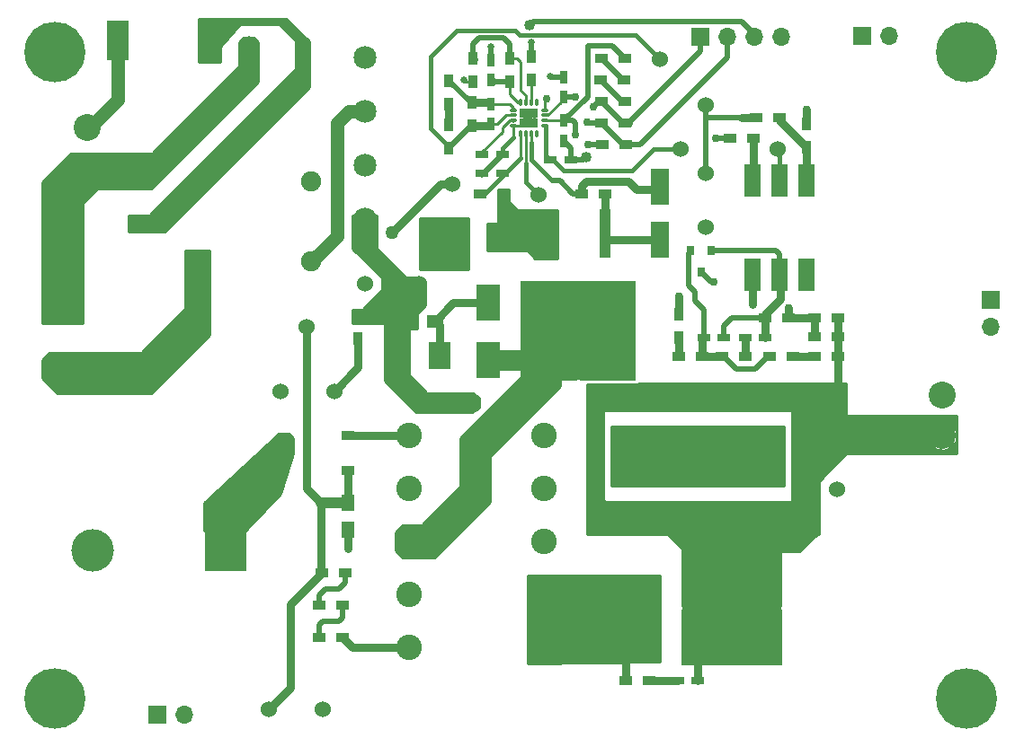
<source format=gbr>
G04 #@! TF.GenerationSoftware,KiCad,Pcbnew,(5.1.5)-3*
G04 #@! TF.CreationDate,2020-01-12T00:37:19-05:00*
G04 #@! TF.ProjectId,MAX17595_offline_20V_supply_v1,4d415831-3735-4393-955f-6f66666c696e,rev?*
G04 #@! TF.SameCoordinates,Original*
G04 #@! TF.FileFunction,Copper,L1,Top*
G04 #@! TF.FilePolarity,Positive*
%FSLAX46Y46*%
G04 Gerber Fmt 4.6, Leading zero omitted, Abs format (unit mm)*
G04 Created by KiCad (PCBNEW (5.1.5)-3) date 2020-01-12 00:37:19*
%MOMM*%
%LPD*%
G04 APERTURE LIST*
%ADD10R,5.250000X4.550000*%
%ADD11R,10.800000X9.400000*%
%ADD12R,1.100000X4.600000*%
%ADD13C,2.413000*%
%ADD14C,4.000000*%
%ADD15R,4.000000X4.000000*%
%ADD16C,2.159000*%
%ADD17C,1.905000*%
%ADD18C,1.524000*%
%ADD19R,2.032000X3.810000*%
%ADD20C,2.540000*%
%ADD21C,1.651000*%
%ADD22C,5.715000*%
%ADD23R,1.600000X2.000000*%
%ADD24R,1.250000X1.500000*%
%ADD25R,1.200000X0.750000*%
%ADD26R,1.500000X1.250000*%
%ADD27R,0.750000X1.200000*%
%ADD28R,1.200000X0.900000*%
%ADD29R,2.300000X3.500000*%
%ADD30R,1.800000X3.500000*%
%ADD31R,0.900000X1.200000*%
%ADD32R,0.900000X0.900000*%
%ADD33O,0.750000X0.300000*%
%ADD34O,0.300000X0.750000*%
%ADD35R,2.000000X2.500000*%
%ADD36R,4.550000X5.250000*%
%ADD37R,9.400000X10.800000*%
%ADD38R,4.600000X1.100000*%
%ADD39R,0.800000X0.900000*%
%ADD40O,1.700000X1.700000*%
%ADD41R,1.700000X1.700000*%
%ADD42R,1.600000X3.100000*%
%ADD43R,1.600000X3.099999*%
%ADD44R,2.700000X3.200000*%
%ADD45C,0.609600*%
%ADD46C,0.635000*%
%ADD47C,0.762000*%
%ADD48C,1.016000*%
%ADD49C,1.270000*%
%ADD50C,0.254000*%
%ADD51C,0.762000*%
%ADD52C,0.508000*%
%ADD53C,0.381000*%
%ADD54C,1.270000*%
%ADD55C,1.016000*%
%ADD56C,1.905000*%
%ADD57C,2.540000*%
G04 APERTURE END LIST*
D10*
X124021800Y-80960000D03*
X129571800Y-85810000D03*
X129571800Y-80960000D03*
X124021800Y-85810000D03*
D11*
X126796800Y-83385000D03*
D12*
X124256800Y-74235000D03*
X129336800Y-74235000D03*
D13*
X110871000Y-93268800D03*
X110871000Y-98272600D03*
X110871000Y-103276400D03*
X110871000Y-108280200D03*
X110871000Y-113284000D03*
X123571000Y-113284000D03*
X123571000Y-108280200D03*
X123571000Y-103276400D03*
X123571000Y-98272600D03*
X123571000Y-93268800D03*
D14*
X81049000Y-104090000D03*
D15*
X93549000Y-104090000D03*
D16*
X106680000Y-57658000D03*
X106680000Y-62738000D03*
X106680000Y-67818000D03*
X106680000Y-72898000D03*
D17*
X90932000Y-69342000D03*
X90932000Y-76860400D03*
X101650800Y-76860400D03*
X101650800Y-69342000D03*
D18*
X77241000Y-81521300D03*
X77241000Y-86499700D03*
D19*
X91948000Y-56007000D03*
X83439000Y-56007000D03*
D20*
X80518000Y-64262000D03*
X80518000Y-68072000D03*
D21*
X85344000Y-73279000D03*
X85344000Y-88265000D03*
D22*
X77470000Y-118110000D03*
X163322000Y-57150000D03*
X163322000Y-118110000D03*
X77470000Y-57150000D03*
D23*
X130683000Y-89712800D03*
X130683000Y-93712800D03*
X134239000Y-93712800D03*
X134239000Y-89712800D03*
X137795000Y-93712800D03*
X137795000Y-89712800D03*
X141605000Y-89712800D03*
X141605000Y-93712800D03*
X145415000Y-93712800D03*
X145415000Y-89712800D03*
D24*
X105105200Y-99618800D03*
X105105200Y-102118800D03*
D25*
X136149000Y-116408200D03*
X138049000Y-116408200D03*
D23*
X130683000Y-100602800D03*
X130683000Y-96602800D03*
X134239000Y-96634800D03*
X134239000Y-100634800D03*
X137795000Y-100634800D03*
X137795000Y-96634800D03*
X141605000Y-100634800D03*
X141605000Y-96634800D03*
X145415000Y-96634800D03*
X145415000Y-100634800D03*
D26*
X113294800Y-82499200D03*
X110794800Y-82499200D03*
D27*
X125361700Y-59451200D03*
X125361700Y-61351200D03*
X125361700Y-63576200D03*
X125361700Y-65476200D03*
D25*
X144373600Y-84074000D03*
X142473600Y-84074000D03*
X138612800Y-84074000D03*
X140512800Y-84074000D03*
X117734000Y-68580000D03*
X119634000Y-68580000D03*
D27*
X118503700Y-57866200D03*
X118503700Y-59766200D03*
D25*
X117729000Y-66802000D03*
X119629000Y-66802000D03*
D27*
X118503700Y-63891200D03*
X118503700Y-61991200D03*
D28*
X105105200Y-93268800D03*
X105105200Y-96568800D03*
D29*
X118313200Y-86172000D03*
X118313200Y-80772000D03*
D30*
X134467600Y-74839200D03*
X134467600Y-69839200D03*
D28*
X104554200Y-112318800D03*
X102354200Y-112318800D03*
X102385199Y-109276799D03*
X104585199Y-109276799D03*
X102608200Y-106222800D03*
X104808200Y-106222800D03*
X131277000Y-116408200D03*
X133477000Y-116408200D03*
D31*
X106019600Y-84158000D03*
X106019600Y-81958000D03*
D28*
X151247200Y-83972400D03*
X149047200Y-83972400D03*
X149047200Y-82194400D03*
X151247200Y-82194400D03*
X149026700Y-85813900D03*
X151226700Y-85813900D03*
X141038400Y-65278000D03*
X143238400Y-65278000D03*
X144391200Y-82194400D03*
X146591200Y-82194400D03*
X146992700Y-85813900D03*
X144792700Y-85813900D03*
X140294000Y-85801200D03*
X142494000Y-85801200D03*
D31*
X148285200Y-66065400D03*
X148285200Y-63865400D03*
D28*
X136280800Y-85801200D03*
X138480800Y-85801200D03*
D31*
X122313700Y-59766200D03*
X122313700Y-57566200D03*
D28*
X129336800Y-70459600D03*
X127136800Y-70459600D03*
D31*
X136245600Y-84074000D03*
X136245600Y-81874000D03*
D28*
X128955800Y-57708800D03*
X131155800Y-57708800D03*
D31*
X116852700Y-59934200D03*
X116852700Y-57734200D03*
X120281700Y-57693200D03*
X120281700Y-59893200D03*
D28*
X119761000Y-70485000D03*
X117561000Y-70485000D03*
X131071800Y-59740800D03*
X128871800Y-59740800D03*
X128955800Y-61772800D03*
X131155800Y-61772800D03*
D31*
X116725700Y-64084200D03*
X116725700Y-61884200D03*
D28*
X131155800Y-63804800D03*
X128955800Y-63804800D03*
D31*
X114566700Y-62009200D03*
X114566700Y-59809200D03*
D28*
X131241800Y-65836800D03*
X129041800Y-65836800D03*
D31*
X114566700Y-63957200D03*
X114566700Y-66157200D03*
D28*
X143553000Y-63322200D03*
X145753000Y-63322200D03*
D20*
X161036000Y-89458800D03*
X161036000Y-93268800D03*
D32*
X122558700Y-62876200D03*
X121658700Y-62876200D03*
X122558700Y-63776200D03*
X121658700Y-63776200D03*
D33*
X123583700Y-62576200D03*
X123583700Y-63076200D03*
X123583700Y-63576200D03*
X123583700Y-64076200D03*
D34*
X122858700Y-64801200D03*
X122358700Y-64801200D03*
X121858700Y-64801200D03*
X121358700Y-64801200D03*
D33*
X120633700Y-64076200D03*
X120633700Y-63576200D03*
X120633700Y-63076200D03*
X120633700Y-62576200D03*
D34*
X121358700Y-61851200D03*
X121858700Y-61851200D03*
X122358700Y-61851200D03*
X122858700Y-61851200D03*
D18*
X111760000Y-78994000D03*
X106680000Y-78994000D03*
X98704400Y-89103200D03*
X103784400Y-89103200D03*
D35*
X113677200Y-85750400D03*
X109677200Y-85750400D03*
D36*
X138805000Y-112325200D03*
X143655000Y-106775200D03*
X138805000Y-106775200D03*
X143655000Y-112325200D03*
D37*
X141230000Y-109550200D03*
D38*
X132080000Y-112090200D03*
X132080000Y-107010200D03*
D39*
X138328400Y-77825600D03*
X137378400Y-75825600D03*
X139278400Y-75825600D03*
D40*
X145897600Y-55676800D03*
X143357600Y-55676800D03*
X140817600Y-55676800D03*
D41*
X138277600Y-55676800D03*
D42*
X143205200Y-78130400D03*
D43*
X145745200Y-69240400D03*
X148285200Y-69240400D03*
D42*
X148285200Y-78130400D03*
X145745200Y-78130400D03*
D43*
X143205200Y-69240400D03*
D25*
X124145000Y-67310000D03*
X126045000Y-67310000D03*
D18*
X102743000Y-119126000D03*
X97663000Y-119126000D03*
X100838000Y-56388000D03*
X95758000Y-56388000D03*
X138811000Y-68580000D03*
X138811000Y-73660000D03*
D40*
X89662000Y-119634000D03*
D41*
X87122000Y-119634000D03*
X165608000Y-80467200D03*
D40*
X165608000Y-83007200D03*
X156083000Y-55626000D03*
D41*
X153543000Y-55626000D03*
D18*
X151130000Y-93268800D03*
X151130000Y-98348800D03*
D44*
X121171000Y-74422000D03*
X113271000Y-74422000D03*
D45*
X122567700Y-62814200D03*
X122567700Y-63830200D03*
X121551700Y-63830200D03*
X121551700Y-62814200D03*
X122108700Y-63326200D03*
D46*
X115980700Y-59766200D03*
D47*
X148285200Y-62509400D03*
X127711200Y-65836800D03*
D46*
X122313700Y-56210200D03*
X124091700Y-59385200D03*
D47*
X139700000Y-65278000D03*
D46*
X118503700Y-56603910D03*
D47*
X105105200Y-103936800D03*
D48*
X127508000Y-67056000D03*
D18*
X113284000Y-76962000D03*
X115824000Y-74422000D03*
X99060000Y-93980000D03*
D47*
X145415000Y-95173800D03*
X141605000Y-95173800D03*
X137795000Y-95173800D03*
X134239000Y-95173800D03*
X130683000Y-95173800D03*
X139547600Y-78790800D03*
X143637000Y-93522800D03*
X139827000Y-93522800D03*
X136017000Y-93522800D03*
X132461000Y-93522800D03*
X143637000Y-96824800D03*
X139827000Y-96824800D03*
X136017000Y-96824800D03*
X132461000Y-96824800D03*
D18*
X123063000Y-70612000D03*
D47*
X136271000Y-80137000D03*
X126492000Y-64922400D03*
D18*
X101219000Y-82981800D03*
X114935000Y-69596000D03*
D49*
X109220000Y-74168000D03*
D18*
X115062000Y-90170000D03*
X116840000Y-90170000D03*
D47*
X128168400Y-62280800D03*
X126492000Y-61341000D03*
D18*
X134493000Y-57785000D03*
X138811000Y-62103008D03*
D47*
X117636050Y-64023771D03*
X143205200Y-80924400D03*
X146558000Y-81280002D03*
X123800679Y-61518800D03*
X127635000Y-63754010D03*
D48*
X122174000Y-54610000D03*
D47*
X120256300Y-59867800D03*
D18*
X136398000Y-66294000D03*
X145542006Y-66294000D03*
D50*
X121358700Y-64076200D02*
X121658700Y-63776200D01*
X120633700Y-64076200D02*
X121358700Y-64076200D01*
X122558700Y-62876200D02*
X122550786Y-62876200D01*
X122567700Y-63767200D02*
X122558700Y-63776200D01*
X122567700Y-62814200D02*
X122567700Y-63767200D01*
X121605700Y-63776200D02*
X121551700Y-63830200D01*
X122558700Y-63776200D02*
X121605700Y-63776200D01*
X121658700Y-63776200D02*
X121658700Y-62876200D01*
X122496700Y-62814200D02*
X122558700Y-62876200D01*
X121551700Y-62814200D02*
X122496700Y-62814200D01*
X122567700Y-62867200D02*
X121658700Y-63776200D01*
X122567700Y-62814200D02*
X122567700Y-62867200D01*
X116148700Y-59934200D02*
X115980700Y-59766200D01*
X116852700Y-59934200D02*
X116148700Y-59934200D01*
D51*
X148285200Y-62509400D02*
X148285200Y-63865400D01*
D52*
X122313700Y-57566200D02*
X122313700Y-56210200D01*
X124157700Y-59451200D02*
X124091700Y-59385200D01*
X125107700Y-59451200D02*
X124157700Y-59451200D01*
X129041800Y-65836800D02*
X127711200Y-65836800D01*
X141038400Y-65278000D02*
X139700000Y-65278000D01*
D50*
X120633700Y-64480200D02*
X120633700Y-64076200D01*
D53*
X119629000Y-66173000D02*
X120633700Y-65168300D01*
D50*
X120633700Y-65168300D02*
X120633700Y-64480200D01*
D53*
X119629000Y-66802000D02*
X119629000Y-66173000D01*
D52*
X117734000Y-68697000D02*
X119629000Y-66802000D01*
X118503700Y-57866200D02*
X118503700Y-56603910D01*
D50*
X130683000Y-89458800D02*
X134493000Y-89458800D01*
X134493000Y-89458800D02*
X138303000Y-89458800D01*
X138303000Y-89458800D02*
X141859000Y-89458800D01*
X141859000Y-89458800D02*
X145415000Y-89458800D01*
D51*
X138049000Y-116408200D02*
X138049000Y-109724200D01*
D50*
X146977000Y-89458800D02*
X147701000Y-90182800D01*
X145415000Y-89458800D02*
X146977000Y-89458800D01*
D51*
X151163200Y-85877400D02*
X151247200Y-85793400D01*
X151247200Y-85793400D02*
X151226700Y-85813900D01*
X151247200Y-83972400D02*
X151247200Y-85793400D01*
X151247200Y-83972400D02*
X151247200Y-82194400D01*
D50*
X147701000Y-91998800D02*
X147701000Y-93268800D01*
X147701000Y-90182800D02*
X147701000Y-90982800D01*
X147701000Y-90982800D02*
X147701000Y-91998800D01*
X147701000Y-93268800D02*
X147701000Y-94538800D01*
X147701000Y-94538800D02*
X147701000Y-99872800D01*
X147701000Y-93268800D02*
X151130000Y-93268800D01*
D51*
X151257000Y-93268800D02*
X151226700Y-93238500D01*
X141605000Y-103975200D02*
X138805000Y-106775200D01*
X141605000Y-100888800D02*
X141605000Y-103975200D01*
X151226700Y-85813900D02*
X151226700Y-88676300D01*
X105105200Y-102118800D02*
X105105200Y-103936800D01*
D52*
X127254000Y-67310000D02*
X127508000Y-67056000D01*
X126045000Y-67310000D02*
X127254000Y-67310000D01*
X126045000Y-66159500D02*
X125361700Y-65476200D01*
X126045000Y-67310000D02*
X126045000Y-66159500D01*
D51*
X106019600Y-86868000D02*
X103784400Y-89103200D01*
X106019600Y-84158000D02*
X106019600Y-86868000D01*
D54*
X93599000Y-104040000D02*
X93549000Y-104090000D01*
D51*
X93549000Y-99491000D02*
X99060000Y-93980000D01*
X93549000Y-104090000D02*
X93549000Y-99491000D01*
X129336800Y-74743000D02*
X129336800Y-70459600D01*
X129433000Y-74839200D02*
X129336800Y-74743000D01*
X134467600Y-74839200D02*
X129433000Y-74839200D01*
D50*
X122358700Y-64801200D02*
X122358700Y-65684400D01*
D51*
X127558800Y-69342000D02*
X127136800Y-69764000D01*
X131521200Y-69342000D02*
X127558800Y-69342000D01*
X127136800Y-69764000D02*
X127136800Y-70459600D01*
X133654800Y-70082400D02*
X132261600Y-70082400D01*
X132261600Y-70082400D02*
X131521200Y-69342000D01*
D52*
X126282800Y-70459600D02*
X127136800Y-70459600D01*
X125038200Y-69215000D02*
X126282800Y-70459600D01*
X124333000Y-69215000D02*
X125038200Y-69215000D01*
D53*
X122358700Y-67240700D02*
X124333000Y-69215000D01*
X122358700Y-65684400D02*
X122358700Y-67240700D01*
D54*
X83439000Y-61595000D02*
X83439000Y-56007000D01*
X80518000Y-64262000D02*
X80772000Y-64262000D01*
X80772000Y-64262000D02*
X83439000Y-61595000D01*
D51*
X105105200Y-93268800D02*
X110871000Y-93268800D01*
X134239000Y-93458800D02*
X134239000Y-96888800D01*
X137795000Y-93458800D02*
X137795000Y-96888800D01*
X141605000Y-93458800D02*
X141605000Y-96888800D01*
X130683000Y-95300800D02*
X130683000Y-96856800D01*
X130683000Y-93458800D02*
X130683000Y-95300800D01*
X145415000Y-95300800D02*
X145415000Y-96888800D01*
X145415000Y-93458800D02*
X145415000Y-95300800D01*
X130715000Y-96888800D02*
X130683000Y-96856800D01*
D52*
X139293600Y-78790800D02*
X138328400Y-77825600D01*
X139547600Y-78790800D02*
X139293600Y-78790800D01*
D51*
X136230000Y-81635600D02*
X136271000Y-81594600D01*
X136271000Y-81594600D02*
X136271000Y-80675815D01*
X136271000Y-80675815D02*
X136271000Y-80137000D01*
D53*
X121858700Y-69407700D02*
X123063000Y-70612000D01*
X121858700Y-67625300D02*
X121858700Y-69407700D01*
D50*
X121858700Y-64801200D02*
X121858700Y-67625300D01*
D51*
X105105200Y-96568800D02*
X105105200Y-99618800D01*
X102606200Y-106220800D02*
X102608200Y-106222800D01*
D55*
X102565200Y-99618800D02*
X105105200Y-99618800D01*
D51*
X102565200Y-99618800D02*
X102565200Y-106144800D01*
X99695000Y-109171000D02*
X102643200Y-106222800D01*
X97663000Y-119126000D02*
X99695000Y-117094000D01*
X99695000Y-117094000D02*
X99695000Y-109171000D01*
D50*
X123583700Y-63576200D02*
X125361700Y-63576200D01*
D52*
X126492000Y-63823500D02*
X126244700Y-63576200D01*
X126492000Y-64922400D02*
X126492000Y-63823500D01*
X126244700Y-63576200D02*
X125361700Y-63576200D01*
X127660400Y-56515000D02*
X129962000Y-56515000D01*
X127660400Y-61337956D02*
X127660400Y-56515000D01*
X125361700Y-63576200D02*
X125422156Y-63576200D01*
X129962000Y-56515000D02*
X131155800Y-57708800D01*
X125422156Y-63576200D02*
X127660400Y-61337956D01*
D51*
X102565200Y-99618800D02*
X101219000Y-98272600D01*
X101219000Y-98272600D02*
X101219000Y-82981800D01*
X113792000Y-69596000D02*
X109220000Y-74168000D01*
X114935000Y-69596000D02*
X113792000Y-69596000D01*
X133477000Y-116408200D02*
X136149000Y-116408200D01*
X113677200Y-82881600D02*
X113294800Y-82499200D01*
X113677200Y-85750400D02*
X113677200Y-82881600D01*
X115022000Y-80772000D02*
X113294800Y-82499200D01*
X118313200Y-80772000D02*
X115022000Y-80772000D01*
D55*
X106713200Y-81958000D02*
X106019600Y-81958000D01*
X111760000Y-78994000D02*
X109677200Y-78994000D01*
X109677200Y-78994000D02*
X106713200Y-81958000D01*
D50*
X109677200Y-83616800D02*
X110794800Y-82499200D01*
X109677200Y-85750400D02*
X109677200Y-83616800D01*
X111760000Y-81534000D02*
X111760000Y-78994000D01*
X110794800Y-82499200D02*
X111760000Y-81534000D01*
D51*
X105519400Y-113284000D02*
X104554200Y-112318800D01*
D55*
X110617000Y-78994000D02*
X111760000Y-78994000D01*
X106680000Y-72898000D02*
X106680000Y-75057000D01*
X106680000Y-75057000D02*
X110617000Y-78994000D01*
D54*
X112084800Y-90170000D02*
X115062000Y-90170000D01*
X109677200Y-85750400D02*
X109677200Y-87762400D01*
X109677200Y-87762400D02*
X112084800Y-90170000D01*
D51*
X110871000Y-113284000D02*
X105519400Y-113284000D01*
D54*
X115062000Y-90170000D02*
X116840000Y-90170000D01*
X90932000Y-82677000D02*
X85344000Y-88265000D01*
X90932000Y-76860400D02*
X90932000Y-82677000D01*
X85283000Y-88204000D02*
X85344000Y-88265000D01*
X80772000Y-86614000D02*
X82362000Y-88204000D01*
X77241000Y-86499700D02*
X77355300Y-86614000D01*
X82362000Y-88204000D02*
X85283000Y-88204000D01*
X77355300Y-86614000D02*
X80772000Y-86614000D01*
D52*
X130987800Y-63804800D02*
X128955800Y-61772800D01*
D51*
X131155800Y-63804800D02*
X130987800Y-63804800D01*
X131507600Y-63804800D02*
X131155800Y-63804800D01*
D52*
X138277600Y-57034800D02*
X131507600Y-63804800D01*
X138277600Y-55422800D02*
X138277600Y-57034800D01*
X128955800Y-61772800D02*
X128676400Y-61772800D01*
X128676400Y-61772800D02*
X128168400Y-62280800D01*
X125361700Y-61351200D02*
X126481800Y-61351200D01*
X126481800Y-61351200D02*
X126492000Y-61341000D01*
D50*
X123915977Y-63076200D02*
X123583700Y-63076200D01*
X125107700Y-61351200D02*
X125107700Y-61884477D01*
X125107700Y-61884477D02*
X123915977Y-63076200D01*
D52*
X145661200Y-78214400D02*
X145745200Y-78130400D01*
D51*
X144373600Y-82212000D02*
X144391200Y-82194400D01*
X144373600Y-84074000D02*
X144373600Y-82212000D01*
D52*
X140512800Y-82937000D02*
X140512800Y-84074000D01*
X141255400Y-82194400D02*
X140512800Y-82937000D01*
X144391200Y-82194400D02*
X141255400Y-82194400D01*
X139278400Y-75825600D02*
X145370800Y-75825600D01*
X145745200Y-76200000D02*
X145745200Y-78130400D01*
X145370800Y-75825600D02*
X145745200Y-76200000D01*
D51*
X145796000Y-80391000D02*
X145796000Y-78181200D01*
X145796000Y-78181200D02*
X145745200Y-78130400D01*
X144391200Y-82194400D02*
X144391200Y-81795800D01*
X144391200Y-81795800D02*
X145796000Y-80391000D01*
X142473600Y-85780800D02*
X142494000Y-85801200D01*
X142473600Y-84074000D02*
X142473600Y-85780800D01*
X140444000Y-85801200D02*
X140294000Y-85801200D01*
D52*
X141656000Y-87013200D02*
X140444000Y-85801200D01*
X143443400Y-87013200D02*
X141656000Y-87013200D01*
X144642700Y-85813900D02*
X143443400Y-87013200D01*
D51*
X144792700Y-85813900D02*
X144642700Y-85813900D01*
X140294000Y-85801200D02*
X138480800Y-85801200D01*
D52*
X138480800Y-84206000D02*
X138612800Y-84074000D01*
D51*
X138480800Y-85801200D02*
X138480800Y-84206000D01*
D52*
X138612800Y-81412000D02*
X138612800Y-82937000D01*
X137160000Y-76044000D02*
X137160000Y-79121000D01*
X138612800Y-82937000D02*
X138612800Y-84074000D01*
X137795000Y-79756000D02*
X137795000Y-80594200D01*
X137160000Y-79121000D02*
X137795000Y-79756000D01*
X137378400Y-75825600D02*
X137160000Y-76044000D01*
X137795000Y-80594200D02*
X138612800Y-81412000D01*
D50*
X121358700Y-67109300D02*
X121358700Y-64801200D01*
D53*
X117983000Y-70485000D02*
X121358700Y-67109300D01*
X117561000Y-70485000D02*
X117983000Y-70485000D01*
D50*
X120633700Y-63605200D02*
X120633700Y-63576200D01*
X117729000Y-66548000D02*
X119646700Y-64630300D01*
X120604700Y-63576200D02*
X120633700Y-63605200D01*
X119646700Y-64630300D02*
X119646700Y-64230923D01*
X117729000Y-66802000D02*
X117729000Y-66548000D01*
X119646700Y-64230923D02*
X120301423Y-63576200D01*
X120301423Y-63576200D02*
X120604700Y-63576200D01*
X119955700Y-63076200D02*
X120633700Y-63076200D01*
X118503700Y-63891200D02*
X119140700Y-63891200D01*
X119140700Y-63891200D02*
X119955700Y-63076200D01*
D52*
X116639700Y-64084200D02*
X114566700Y-66157200D01*
D51*
X116725700Y-64084200D02*
X116639700Y-64084200D01*
X142191000Y-63322200D02*
X143553000Y-63322200D01*
D52*
X139369800Y-63322200D02*
X142191000Y-63322200D01*
X138952562Y-63322200D02*
X139369800Y-63322200D01*
X138811000Y-63180638D02*
X138952562Y-63322200D01*
X138811000Y-62103008D02*
X138811000Y-63180638D01*
X138811000Y-68580000D02*
X138811000Y-63180638D01*
D53*
X132207000Y-55499000D02*
X133731001Y-57023001D01*
X120840744Y-55105290D02*
X121234454Y-55499000D01*
X121234454Y-55499000D02*
X132207000Y-55499000D01*
X114566700Y-66007200D02*
X112903000Y-64343500D01*
X114566700Y-66157200D02*
X114566700Y-66007200D01*
X112903000Y-64343500D02*
X112903000Y-57531000D01*
X115328710Y-55105290D02*
X120840744Y-55105290D01*
X133731001Y-57023001D02*
X134493000Y-57785000D01*
X112903000Y-57531000D02*
X115328710Y-55105290D01*
D51*
X118174865Y-64023771D02*
X117636050Y-64023771D01*
X116786129Y-64023771D02*
X117097235Y-64023771D01*
X118310700Y-64084200D02*
X118250271Y-64023771D01*
X117097235Y-64023771D02*
X117636050Y-64023771D01*
X116725700Y-64084200D02*
X116786129Y-64023771D01*
X118250271Y-64023771D02*
X118174865Y-64023771D01*
X116725700Y-61884200D02*
X118396700Y-61884200D01*
D52*
X116641700Y-61884200D02*
X114566700Y-59809200D01*
D51*
X116725700Y-61884200D02*
X116641700Y-61884200D01*
D50*
X118503700Y-61991200D02*
X120284200Y-61991200D01*
X120633700Y-62340700D02*
X120633700Y-62576200D01*
X120284200Y-61991200D02*
X120633700Y-62340700D01*
D51*
X123571000Y-108204000D02*
X123571000Y-113207800D01*
X124764800Y-107010200D02*
X123571000Y-108204000D01*
X132080000Y-107010200D02*
X124764800Y-107010200D01*
X124688600Y-112090200D02*
X123571000Y-113207800D01*
X132080000Y-112090200D02*
X124688600Y-112090200D01*
X132080000Y-112090200D02*
X132080000Y-113614200D01*
X131277000Y-114417200D02*
X131277000Y-116408200D01*
X132080000Y-113614200D02*
X131277000Y-114417200D01*
D54*
X102603299Y-75907901D02*
X101650800Y-76860400D01*
X104076500Y-74434700D02*
X102603299Y-75907901D01*
X104076500Y-63814857D02*
X104076500Y-74434700D01*
X106680000Y-62738000D02*
X105153357Y-62738000D01*
X105153357Y-62738000D02*
X104076500Y-63814857D01*
D51*
X126796800Y-83893000D02*
X123342400Y-87347400D01*
X123875800Y-86172000D02*
X124021800Y-86318000D01*
D56*
X118313200Y-86172000D02*
X123875800Y-86172000D01*
D50*
X112369600Y-103276400D02*
X110871000Y-103276400D01*
X117322600Y-93243400D02*
X117322600Y-98323400D01*
X117322600Y-98323400D02*
X112369600Y-103276400D01*
D57*
X124021800Y-86318000D02*
X124021800Y-86544200D01*
D50*
X124021800Y-86544200D02*
X117322600Y-93243400D01*
D51*
X119193000Y-74786800D02*
X119176800Y-74803000D01*
X119617800Y-74362000D02*
X119176800Y-74803000D01*
X119684800Y-74295000D02*
X119176800Y-74803000D01*
X119236800Y-74743000D02*
X119176800Y-74803000D01*
X124256800Y-74743000D02*
X119236800Y-74743000D01*
X119684800Y-70561200D02*
X119684800Y-74295000D01*
X119761000Y-70485000D02*
X119684800Y-70561200D01*
D52*
X104585199Y-110425801D02*
X104585199Y-109276799D01*
X104216200Y-110794800D02*
X104585199Y-110425801D01*
X102354200Y-112318800D02*
X102354200Y-111119800D01*
X102679200Y-110794800D02*
X104216200Y-110794800D01*
X102354200Y-111119800D02*
X102679200Y-110794800D01*
X104808200Y-107180800D02*
X104808200Y-106222800D01*
X104242200Y-107746800D02*
X104808200Y-107180800D01*
X102957198Y-107746800D02*
X104242200Y-107746800D01*
X102385199Y-108318799D02*
X102957198Y-107746800D01*
X102385199Y-109276799D02*
X102385199Y-108318799D01*
D51*
X147685200Y-82194400D02*
X146632610Y-82194400D01*
X149047200Y-82194400D02*
X147685200Y-82194400D01*
X143205200Y-78130400D02*
X143205200Y-80924400D01*
X149047200Y-82194400D02*
X149047200Y-83972400D01*
X146558000Y-82161200D02*
X146558000Y-81818817D01*
X146558000Y-81818817D02*
X146558000Y-81280002D01*
X146591200Y-82194400D02*
X146558000Y-82161200D01*
X149026700Y-85813900D02*
X146992700Y-85813900D01*
X143230600Y-65285800D02*
X143238400Y-65278000D01*
X143230600Y-69291200D02*
X143230600Y-65285800D01*
X136245600Y-85766000D02*
X136280800Y-85801200D01*
X136245600Y-84074000D02*
X136245600Y-85766000D01*
D50*
X122313700Y-59766200D02*
X122351800Y-59804300D01*
X122351800Y-61844300D02*
X122358700Y-61851200D01*
X122351800Y-59804300D02*
X122351800Y-61844300D01*
D52*
X130987800Y-59740800D02*
X128955800Y-57708800D01*
D51*
X131071800Y-59740800D02*
X130987800Y-59740800D01*
D50*
X121858700Y-61222200D02*
X121297700Y-60661200D01*
X121858700Y-61851200D02*
X121858700Y-61222200D01*
D51*
X116938700Y-57820200D02*
X116852700Y-57734200D01*
D52*
X116852700Y-56372200D02*
X116852700Y-57734200D01*
X117471900Y-55753000D02*
X116852700Y-56372200D01*
X119703500Y-55753000D02*
X117471900Y-55753000D01*
X120281700Y-57693200D02*
X120281700Y-56331200D01*
X120281700Y-56331200D02*
X119703500Y-55753000D01*
D50*
X120985700Y-57693200D02*
X120281700Y-57693200D01*
X121297700Y-60661200D02*
X121297700Y-58005200D01*
X121297700Y-58005200D02*
X120985700Y-57693200D01*
D52*
X130903800Y-61772800D02*
X128871800Y-59740800D01*
D51*
X131155800Y-61772800D02*
X130903800Y-61772800D01*
D52*
X130987800Y-65836800D02*
X128955800Y-63804800D01*
D51*
X131241800Y-65836800D02*
X130987800Y-65836800D01*
D52*
X140817600Y-57623000D02*
X132603800Y-65836800D01*
X132603800Y-65836800D02*
X131241800Y-65836800D01*
X140817600Y-55422800D02*
X140817600Y-57623000D01*
D50*
X123583700Y-61735779D02*
X123800679Y-61518800D01*
X123583700Y-62576200D02*
X123583700Y-61735779D01*
D52*
X127685790Y-63804800D02*
X127635000Y-63754010D01*
X128955800Y-63804800D02*
X127685790Y-63804800D01*
D51*
X114566700Y-63957200D02*
X114566700Y-62009200D01*
X148285200Y-66065400D02*
X148285200Y-69189600D01*
X145745200Y-63330000D02*
X145753000Y-63322200D01*
X145753000Y-63533200D02*
X148285200Y-66065400D01*
X145753000Y-63322200D02*
X145753000Y-63533200D01*
X118630700Y-59893200D02*
X118503700Y-59766200D01*
D52*
X120281700Y-59893200D02*
X118630700Y-59893200D01*
X143357600Y-55422800D02*
X142163800Y-54229000D01*
D50*
X120281700Y-61075450D02*
X120281700Y-59893200D01*
X121358700Y-61851200D02*
X121057450Y-61851200D01*
X121057450Y-61851200D02*
X120281700Y-61075450D01*
D52*
X122555000Y-54229000D02*
X122174000Y-54610000D01*
X142163800Y-54229000D02*
X122555000Y-54229000D01*
D50*
X86995000Y-73279000D02*
X90932000Y-69342000D01*
X85344000Y-73279000D02*
X86995000Y-73279000D01*
X100838000Y-59436000D02*
X90932000Y-69342000D01*
X100838000Y-56388000D02*
X100838000Y-59436000D01*
X98856800Y-54406800D02*
X100838000Y-56388000D01*
X94818200Y-54406800D02*
X98856800Y-54406800D01*
X91948000Y-56007000D02*
X93218000Y-56007000D01*
X93218000Y-56007000D02*
X94818200Y-54406800D01*
D54*
X77241000Y-81521300D02*
X77289000Y-81473300D01*
D50*
X95758000Y-58547000D02*
X95758000Y-56388000D01*
X93091000Y-61214000D02*
X95758000Y-58547000D01*
X77289000Y-81473300D02*
X77289000Y-71047000D01*
X80264000Y-68072000D02*
X86868000Y-68072000D01*
X77289000Y-71047000D02*
X80264000Y-68072000D01*
X86868000Y-68072000D02*
X93091000Y-61849000D01*
X93091000Y-61849000D02*
X93091000Y-61214000D01*
X123583700Y-64076200D02*
X123698000Y-64190500D01*
D53*
X145745200Y-66497194D02*
X145542006Y-66294000D01*
X145745200Y-69240400D02*
X145745200Y-66497194D01*
X123698000Y-66863000D02*
X124145000Y-67310000D01*
X123698000Y-64190500D02*
X123698000Y-66863000D01*
X133858000Y-66294000D02*
X136398000Y-66294000D01*
X131826000Y-68326000D02*
X133858000Y-66294000D01*
X124370000Y-67310000D02*
X125386000Y-68326000D01*
X125386000Y-68326000D02*
X131826000Y-68326000D01*
D50*
G36*
X162433000Y-93164186D02*
G01*
X162396922Y-92924667D01*
X162303636Y-92665777D01*
X162241656Y-92549820D01*
X162091794Y-92392611D01*
X161215605Y-93268800D01*
X162091794Y-94144989D01*
X162241656Y-93987780D01*
X162358756Y-93738752D01*
X162425023Y-93471665D01*
X162433000Y-93301514D01*
X162433000Y-94919800D01*
X147955000Y-94919800D01*
X147955000Y-94324594D01*
X160159811Y-94324594D01*
X160317020Y-94474456D01*
X160566048Y-94591556D01*
X160833135Y-94657823D01*
X161108017Y-94670710D01*
X161380133Y-94629722D01*
X161639023Y-94536436D01*
X161754980Y-94474456D01*
X161912189Y-94324594D01*
X161036000Y-93448405D01*
X160159811Y-94324594D01*
X147955000Y-94324594D01*
X147955000Y-93961156D01*
X150617249Y-93961156D01*
X150713009Y-94058804D01*
X150875143Y-94124975D01*
X151047071Y-94158243D01*
X151222186Y-94157331D01*
X151393759Y-94122274D01*
X151546991Y-94058804D01*
X151642751Y-93961156D01*
X151130000Y-93448405D01*
X150617249Y-93961156D01*
X147955000Y-93961156D01*
X147955000Y-93185871D01*
X150240557Y-93185871D01*
X150241469Y-93360986D01*
X150276526Y-93532559D01*
X150339996Y-93685791D01*
X150437644Y-93781551D01*
X150950395Y-93268800D01*
X151309605Y-93268800D01*
X151822356Y-93781551D01*
X151920004Y-93685791D01*
X151986175Y-93523657D01*
X152019443Y-93351729D01*
X152019387Y-93340817D01*
X159634090Y-93340817D01*
X159675078Y-93612933D01*
X159768364Y-93871823D01*
X159830344Y-93987780D01*
X159980206Y-94144989D01*
X160856395Y-93268800D01*
X159980206Y-92392611D01*
X159830344Y-92549820D01*
X159713244Y-92798848D01*
X159646977Y-93065935D01*
X159634090Y-93340817D01*
X152019387Y-93340817D01*
X152018531Y-93176614D01*
X151983474Y-93005041D01*
X151920004Y-92851809D01*
X151822356Y-92756049D01*
X151309605Y-93268800D01*
X150950395Y-93268800D01*
X150437644Y-92756049D01*
X150339996Y-92851809D01*
X150273825Y-93013943D01*
X150240557Y-93185871D01*
X147955000Y-93185871D01*
X147955000Y-92576444D01*
X150617249Y-92576444D01*
X151130000Y-93089195D01*
X151642751Y-92576444D01*
X151546991Y-92478796D01*
X151384857Y-92412625D01*
X151212929Y-92379357D01*
X151037814Y-92380269D01*
X150866241Y-92415326D01*
X150713009Y-92478796D01*
X150617249Y-92576444D01*
X147955000Y-92576444D01*
X147955000Y-92213006D01*
X160159811Y-92213006D01*
X161036000Y-93089195D01*
X161912189Y-92213006D01*
X161754980Y-92063144D01*
X161505952Y-91946044D01*
X161238865Y-91879777D01*
X160963983Y-91866890D01*
X160691867Y-91907878D01*
X160432977Y-92001164D01*
X160317020Y-92063144D01*
X160159811Y-92213006D01*
X147955000Y-92213006D01*
X147955000Y-91363800D01*
X162433000Y-91363800D01*
X162433000Y-93164186D01*
G37*
X162433000Y-93164186D02*
X162396922Y-92924667D01*
X162303636Y-92665777D01*
X162241656Y-92549820D01*
X162091794Y-92392611D01*
X161215605Y-93268800D01*
X162091794Y-94144989D01*
X162241656Y-93987780D01*
X162358756Y-93738752D01*
X162425023Y-93471665D01*
X162433000Y-93301514D01*
X162433000Y-94919800D01*
X147955000Y-94919800D01*
X147955000Y-94324594D01*
X160159811Y-94324594D01*
X160317020Y-94474456D01*
X160566048Y-94591556D01*
X160833135Y-94657823D01*
X161108017Y-94670710D01*
X161380133Y-94629722D01*
X161639023Y-94536436D01*
X161754980Y-94474456D01*
X161912189Y-94324594D01*
X161036000Y-93448405D01*
X160159811Y-94324594D01*
X147955000Y-94324594D01*
X147955000Y-93961156D01*
X150617249Y-93961156D01*
X150713009Y-94058804D01*
X150875143Y-94124975D01*
X151047071Y-94158243D01*
X151222186Y-94157331D01*
X151393759Y-94122274D01*
X151546991Y-94058804D01*
X151642751Y-93961156D01*
X151130000Y-93448405D01*
X150617249Y-93961156D01*
X147955000Y-93961156D01*
X147955000Y-93185871D01*
X150240557Y-93185871D01*
X150241469Y-93360986D01*
X150276526Y-93532559D01*
X150339996Y-93685791D01*
X150437644Y-93781551D01*
X150950395Y-93268800D01*
X151309605Y-93268800D01*
X151822356Y-93781551D01*
X151920004Y-93685791D01*
X151986175Y-93523657D01*
X152019443Y-93351729D01*
X152019387Y-93340817D01*
X159634090Y-93340817D01*
X159675078Y-93612933D01*
X159768364Y-93871823D01*
X159830344Y-93987780D01*
X159980206Y-94144989D01*
X160856395Y-93268800D01*
X159980206Y-92392611D01*
X159830344Y-92549820D01*
X159713244Y-92798848D01*
X159646977Y-93065935D01*
X159634090Y-93340817D01*
X152019387Y-93340817D01*
X152018531Y-93176614D01*
X151983474Y-93005041D01*
X151920004Y-92851809D01*
X151822356Y-92756049D01*
X151309605Y-93268800D01*
X150950395Y-93268800D01*
X150437644Y-92756049D01*
X150339996Y-92851809D01*
X150273825Y-93013943D01*
X150240557Y-93185871D01*
X147955000Y-93185871D01*
X147955000Y-92576444D01*
X150617249Y-92576444D01*
X151130000Y-93089195D01*
X151642751Y-92576444D01*
X151546991Y-92478796D01*
X151384857Y-92412625D01*
X151212929Y-92379357D01*
X151037814Y-92380269D01*
X150866241Y-92415326D01*
X150713009Y-92478796D01*
X150617249Y-92576444D01*
X147955000Y-92576444D01*
X147955000Y-92213006D01*
X160159811Y-92213006D01*
X161036000Y-93089195D01*
X161912189Y-92213006D01*
X161754980Y-92063144D01*
X161505952Y-91946044D01*
X161238865Y-91879777D01*
X160963983Y-91866890D01*
X160691867Y-91907878D01*
X160432977Y-92001164D01*
X160317020Y-92063144D01*
X160159811Y-92213006D01*
X147955000Y-92213006D01*
X147955000Y-91363800D01*
X162433000Y-91363800D01*
X162433000Y-93164186D01*
G36*
X134493000Y-106502187D02*
G01*
X134493000Y-114631476D01*
X122047000Y-114757206D01*
X122047000Y-106500918D01*
X134493000Y-106502187D01*
G37*
X134493000Y-106502187D02*
X134493000Y-114631476D01*
X122047000Y-114757206D01*
X122047000Y-106500918D01*
X134493000Y-106502187D01*
G36*
X152019000Y-88391209D02*
G01*
X152019000Y-94994194D01*
X149516197Y-97496997D01*
X149500403Y-97516243D01*
X149488667Y-97538199D01*
X149481440Y-97562024D01*
X149479000Y-97586800D01*
X149479000Y-102539800D01*
X127635000Y-102539800D01*
X127635000Y-90982800D01*
X129159000Y-90982800D01*
X129159000Y-99364800D01*
X129161440Y-99389576D01*
X129168667Y-99413401D01*
X129180403Y-99435357D01*
X129196197Y-99454603D01*
X129215443Y-99470397D01*
X129237399Y-99482133D01*
X129261224Y-99489360D01*
X129286000Y-99491800D01*
X146812000Y-99491800D01*
X146836776Y-99489360D01*
X146860601Y-99482133D01*
X146882557Y-99470397D01*
X146901803Y-99454603D01*
X146917597Y-99435357D01*
X146929333Y-99413401D01*
X146936560Y-99389576D01*
X146939000Y-99364800D01*
X146939000Y-90982800D01*
X146936560Y-90958024D01*
X146929333Y-90934199D01*
X146917597Y-90912243D01*
X146901803Y-90892997D01*
X146882557Y-90877203D01*
X146860601Y-90865467D01*
X146836776Y-90858240D01*
X146812000Y-90855800D01*
X129286000Y-90855800D01*
X129261224Y-90858240D01*
X129237399Y-90865467D01*
X129215443Y-90877203D01*
X129196197Y-90892997D01*
X129180403Y-90912243D01*
X129168667Y-90934199D01*
X129161440Y-90958024D01*
X129159000Y-90982800D01*
X127635000Y-90982800D01*
X127635000Y-88467843D01*
X132196800Y-88467843D01*
X132271489Y-88460487D01*
X132343308Y-88438701D01*
X132409496Y-88403322D01*
X132467511Y-88355711D01*
X132500265Y-88315800D01*
X139953526Y-88315800D01*
X152019000Y-88391209D01*
G37*
X152019000Y-88391209D02*
X152019000Y-94994194D01*
X149516197Y-97496997D01*
X149500403Y-97516243D01*
X149488667Y-97538199D01*
X149481440Y-97562024D01*
X149479000Y-97586800D01*
X149479000Y-102539800D01*
X127635000Y-102539800D01*
X127635000Y-90982800D01*
X129159000Y-90982800D01*
X129159000Y-99364800D01*
X129161440Y-99389576D01*
X129168667Y-99413401D01*
X129180403Y-99435357D01*
X129196197Y-99454603D01*
X129215443Y-99470397D01*
X129237399Y-99482133D01*
X129261224Y-99489360D01*
X129286000Y-99491800D01*
X146812000Y-99491800D01*
X146836776Y-99489360D01*
X146860601Y-99482133D01*
X146882557Y-99470397D01*
X146901803Y-99454603D01*
X146917597Y-99435357D01*
X146929333Y-99413401D01*
X146936560Y-99389576D01*
X146939000Y-99364800D01*
X146939000Y-90982800D01*
X146936560Y-90958024D01*
X146929333Y-90934199D01*
X146917597Y-90912243D01*
X146901803Y-90892997D01*
X146882557Y-90877203D01*
X146860601Y-90865467D01*
X146836776Y-90858240D01*
X146812000Y-90855800D01*
X129286000Y-90855800D01*
X129261224Y-90858240D01*
X129237399Y-90865467D01*
X129215443Y-90877203D01*
X129196197Y-90892997D01*
X129180403Y-90912243D01*
X129168667Y-90934199D01*
X129161440Y-90958024D01*
X129159000Y-90982800D01*
X127635000Y-90982800D01*
X127635000Y-88467843D01*
X132196800Y-88467843D01*
X132271489Y-88460487D01*
X132343308Y-88438701D01*
X132409496Y-88403322D01*
X132467511Y-88355711D01*
X132500265Y-88315800D01*
X139953526Y-88315800D01*
X152019000Y-88391209D01*
G36*
X146177000Y-97967800D02*
G01*
X129921000Y-97967800D01*
X129921000Y-92379800D01*
X146177000Y-92379800D01*
X146177000Y-97967800D01*
G37*
X146177000Y-97967800D02*
X129921000Y-97967800D01*
X129921000Y-92379800D01*
X146177000Y-92379800D01*
X146177000Y-97967800D01*
G36*
X147554783Y-104210120D02*
G01*
X136738767Y-104210120D01*
X135197833Y-102559120D01*
X149288481Y-102559120D01*
X147554783Y-104210120D01*
G37*
X147554783Y-104210120D02*
X136738767Y-104210120D01*
X135197833Y-102559120D01*
X149288481Y-102559120D01*
X147554783Y-104210120D01*
G36*
X96647000Y-56186606D02*
G01*
X96647000Y-59891394D01*
X86561394Y-69977000D01*
X81534000Y-69977000D01*
X81509224Y-69979440D01*
X81485399Y-69986667D01*
X81463443Y-69998403D01*
X81444197Y-70014197D01*
X80174197Y-71284197D01*
X80158403Y-71303443D01*
X80146667Y-71325399D01*
X80139440Y-71349224D01*
X80137000Y-71374000D01*
X80137000Y-82677000D01*
X76327000Y-82677000D01*
X76327000Y-69394606D01*
X79046606Y-66675000D01*
X86614000Y-66675000D01*
X86638776Y-66672560D01*
X86662601Y-66665333D01*
X86684557Y-66653597D01*
X86703803Y-66637803D01*
X94831803Y-58509803D01*
X94847597Y-58490557D01*
X94859333Y-58468601D01*
X94866560Y-58444776D01*
X94869000Y-58420000D01*
X94869000Y-56186606D01*
X95302606Y-55753000D01*
X96213394Y-55753000D01*
X96647000Y-56186606D01*
G37*
X96647000Y-56186606D02*
X96647000Y-59891394D01*
X86561394Y-69977000D01*
X81534000Y-69977000D01*
X81509224Y-69979440D01*
X81485399Y-69986667D01*
X81463443Y-69998403D01*
X81444197Y-70014197D01*
X80174197Y-71284197D01*
X80158403Y-71303443D01*
X80146667Y-71325399D01*
X80139440Y-71349224D01*
X80137000Y-71374000D01*
X80137000Y-82677000D01*
X76327000Y-82677000D01*
X76327000Y-69394606D01*
X79046606Y-66675000D01*
X86614000Y-66675000D01*
X86638776Y-66672560D01*
X86662601Y-66665333D01*
X86684557Y-66653597D01*
X86703803Y-66637803D01*
X94831803Y-58509803D01*
X94847597Y-58490557D01*
X94859333Y-58468601D01*
X94866560Y-58444776D01*
X94869000Y-58420000D01*
X94869000Y-56186606D01*
X95302606Y-55753000D01*
X96213394Y-55753000D01*
X96647000Y-56186606D01*
G36*
X101473000Y-56186606D02*
G01*
X101473000Y-56261000D01*
X100203000Y-56261000D01*
X100203000Y-56134000D01*
X100200560Y-56109224D01*
X100193333Y-56085399D01*
X100181597Y-56063443D01*
X100165803Y-56044197D01*
X98641803Y-54520197D01*
X98622557Y-54504403D01*
X98600601Y-54492667D01*
X98576776Y-54485440D01*
X98552000Y-54483000D01*
X94996000Y-54483000D01*
X94971224Y-54485440D01*
X94947399Y-54492667D01*
X94925443Y-54504403D01*
X94900423Y-54526370D01*
X93122423Y-56558370D01*
X93107944Y-56578623D01*
X93097694Y-56601312D01*
X93092068Y-56625564D01*
X93091000Y-56642000D01*
X93091000Y-58039000D01*
X91059000Y-58039000D01*
X91059000Y-53975000D01*
X99261394Y-53975000D01*
X101473000Y-56186606D01*
G37*
X101473000Y-56186606D02*
X101473000Y-56261000D01*
X100203000Y-56261000D01*
X100203000Y-56134000D01*
X100200560Y-56109224D01*
X100193333Y-56085399D01*
X100181597Y-56063443D01*
X100165803Y-56044197D01*
X98641803Y-54520197D01*
X98622557Y-54504403D01*
X98600601Y-54492667D01*
X98576776Y-54485440D01*
X98552000Y-54483000D01*
X94996000Y-54483000D01*
X94971224Y-54485440D01*
X94947399Y-54492667D01*
X94925443Y-54504403D01*
X94900423Y-54526370D01*
X93122423Y-56558370D01*
X93107944Y-56578623D01*
X93097694Y-56601312D01*
X93092068Y-56625564D01*
X93091000Y-56642000D01*
X93091000Y-58039000D01*
X91059000Y-58039000D01*
X91059000Y-53975000D01*
X99261394Y-53975000D01*
X101473000Y-56186606D01*
G36*
X101473000Y-60399394D02*
G01*
X87831394Y-74041000D01*
X84455000Y-74041000D01*
X84455000Y-72517000D01*
X86360000Y-72517000D01*
X86384776Y-72514560D01*
X86408601Y-72507333D01*
X86430557Y-72495597D01*
X86449803Y-72479803D01*
X100165803Y-58763803D01*
X100181597Y-58744557D01*
X100193333Y-58722601D01*
X100200560Y-58698776D01*
X100203000Y-58674000D01*
X100203000Y-56515000D01*
X101473000Y-56515000D01*
X101473000Y-60399394D01*
G37*
X101473000Y-60399394D02*
X87831394Y-74041000D01*
X84455000Y-74041000D01*
X84455000Y-72517000D01*
X86360000Y-72517000D01*
X86384776Y-72514560D01*
X86408601Y-72507333D01*
X86430557Y-72495597D01*
X86449803Y-72479803D01*
X100165803Y-58763803D01*
X100181597Y-58744557D01*
X100193333Y-58722601D01*
X100200560Y-58698776D01*
X100203000Y-58674000D01*
X100203000Y-56515000D01*
X101473000Y-56515000D01*
X101473000Y-60399394D01*
G36*
X92075000Y-83767394D02*
G01*
X86561394Y-89281000D01*
X77776606Y-89281000D01*
X76327000Y-87831394D01*
X76327000Y-86158606D01*
X77014606Y-85471000D01*
X85598000Y-85471000D01*
X85622776Y-85468560D01*
X85646601Y-85461333D01*
X85668557Y-85449597D01*
X85687803Y-85433803D01*
X89751803Y-81369803D01*
X89767597Y-81350557D01*
X89779333Y-81328601D01*
X89786560Y-81304776D01*
X89789000Y-81280000D01*
X89789000Y-75819000D01*
X92075000Y-75819000D01*
X92075000Y-83767394D01*
G37*
X92075000Y-83767394D02*
X86561394Y-89281000D01*
X77776606Y-89281000D01*
X76327000Y-87831394D01*
X76327000Y-86158606D01*
X77014606Y-85471000D01*
X85598000Y-85471000D01*
X85622776Y-85468560D01*
X85646601Y-85461333D01*
X85668557Y-85449597D01*
X85687803Y-85433803D01*
X89751803Y-81369803D01*
X89767597Y-81350557D01*
X89779333Y-81328601D01*
X89786560Y-81304776D01*
X89789000Y-81280000D01*
X89789000Y-75819000D01*
X92075000Y-75819000D01*
X92075000Y-83767394D01*
G36*
X99949000Y-93524606D02*
G01*
X99949000Y-94975390D01*
X98694216Y-98739742D01*
X95448619Y-102235000D01*
X91567000Y-102235000D01*
X91567000Y-99623381D01*
X98601872Y-93091000D01*
X99515394Y-93091000D01*
X99949000Y-93524606D01*
G37*
X99949000Y-93524606D02*
X99949000Y-94975390D01*
X98694216Y-98739742D01*
X95448619Y-102235000D01*
X91567000Y-102235000D01*
X91567000Y-99623381D01*
X98601872Y-93091000D01*
X99515394Y-93091000D01*
X99949000Y-93524606D01*
G36*
X125095000Y-88593394D02*
G01*
X118528197Y-95160197D01*
X118512403Y-95179443D01*
X118500667Y-95201399D01*
X118493440Y-95225224D01*
X118491000Y-95250000D01*
X118491000Y-99515394D01*
X113231394Y-104775000D01*
X110288606Y-104775000D01*
X109601000Y-104087394D01*
X109601000Y-102414606D01*
X110288606Y-101727000D01*
X112014000Y-101727000D01*
X112038776Y-101724560D01*
X112062601Y-101717333D01*
X112084557Y-101705597D01*
X112103803Y-101689803D01*
X115659803Y-98133803D01*
X115675597Y-98114557D01*
X115687333Y-98092601D01*
X115694560Y-98068776D01*
X115697000Y-98044000D01*
X115697000Y-93524606D01*
X122226606Y-86995000D01*
X125095000Y-86995000D01*
X125095000Y-88593394D01*
G37*
X125095000Y-88593394D02*
X118528197Y-95160197D01*
X118512403Y-95179443D01*
X118500667Y-95201399D01*
X118493440Y-95225224D01*
X118491000Y-95250000D01*
X118491000Y-99515394D01*
X113231394Y-104775000D01*
X110288606Y-104775000D01*
X109601000Y-104087394D01*
X109601000Y-102414606D01*
X110288606Y-101727000D01*
X112014000Y-101727000D01*
X112038776Y-101724560D01*
X112062601Y-101717333D01*
X112084557Y-101705597D01*
X112103803Y-101689803D01*
X115659803Y-98133803D01*
X115675597Y-98114557D01*
X115687333Y-98092601D01*
X115694560Y-98068776D01*
X115697000Y-98044000D01*
X115697000Y-93524606D01*
X122226606Y-86995000D01*
X125095000Y-86995000D01*
X125095000Y-88593394D01*
G36*
X120269000Y-71247000D02*
G01*
X120271440Y-71271776D01*
X120278667Y-71295601D01*
X120290403Y-71317557D01*
X120306197Y-71336803D01*
X120941197Y-71971803D01*
X120960443Y-71987597D01*
X120982399Y-71999333D01*
X121006224Y-72006560D01*
X121031000Y-72009000D01*
X124841000Y-72009000D01*
X124841000Y-76581000D01*
X122734606Y-76581000D01*
X122009803Y-75856197D01*
X121990557Y-75840403D01*
X121968601Y-75828667D01*
X121944776Y-75821440D01*
X121920000Y-75819000D01*
X118237000Y-75819000D01*
X118237000Y-73279000D01*
X119126000Y-73279000D01*
X119150776Y-73276560D01*
X119174601Y-73269333D01*
X119196557Y-73257597D01*
X119215803Y-73241803D01*
X119231597Y-73222557D01*
X119243333Y-73200601D01*
X119250560Y-73176776D01*
X119253000Y-73152000D01*
X119253000Y-70104000D01*
X120269000Y-70104000D01*
X120269000Y-71247000D01*
G37*
X120269000Y-71247000D02*
X120271440Y-71271776D01*
X120278667Y-71295601D01*
X120290403Y-71317557D01*
X120306197Y-71336803D01*
X120941197Y-71971803D01*
X120960443Y-71987597D01*
X120982399Y-71999333D01*
X121006224Y-72006560D01*
X121031000Y-72009000D01*
X124841000Y-72009000D01*
X124841000Y-76581000D01*
X122734606Y-76581000D01*
X122009803Y-75856197D01*
X121990557Y-75840403D01*
X121968601Y-75828667D01*
X121944776Y-75821440D01*
X121920000Y-75819000D01*
X118237000Y-75819000D01*
X118237000Y-73279000D01*
X119126000Y-73279000D01*
X119150776Y-73276560D01*
X119174601Y-73269333D01*
X119196557Y-73257597D01*
X119215803Y-73241803D01*
X119231597Y-73222557D01*
X119243333Y-73200601D01*
X119250560Y-73176776D01*
X119253000Y-73152000D01*
X119253000Y-70104000D01*
X120269000Y-70104000D01*
X120269000Y-71247000D01*
G36*
X116459000Y-77597000D02*
G01*
X111887000Y-77597000D01*
X111887000Y-72771000D01*
X116459000Y-72771000D01*
X116459000Y-77597000D01*
G37*
X116459000Y-77597000D02*
X111887000Y-77597000D01*
X111887000Y-72771000D01*
X116459000Y-72771000D01*
X116459000Y-77597000D01*
G36*
X107823000Y-75692000D02*
G01*
X107825440Y-75716776D01*
X107832667Y-75740601D01*
X107844403Y-75762557D01*
X107860197Y-75781803D01*
X110400197Y-78321803D01*
X110419443Y-78337597D01*
X110441399Y-78349333D01*
X110465224Y-78356560D01*
X110490000Y-78359000D01*
X111961394Y-78359000D01*
X112395000Y-78792606D01*
X112395000Y-80973394D01*
X111670197Y-81698197D01*
X111654403Y-81717443D01*
X111642667Y-81739399D01*
X111635440Y-81763224D01*
X111633000Y-81788000D01*
X111633000Y-83185000D01*
X110998000Y-83185000D01*
X110973224Y-83187440D01*
X110949399Y-83194667D01*
X110927443Y-83206403D01*
X110908197Y-83222197D01*
X110892403Y-83241443D01*
X110880667Y-83263399D01*
X110873440Y-83287224D01*
X110871000Y-83312000D01*
X110871000Y-87630000D01*
X110873440Y-87654776D01*
X110880667Y-87678601D01*
X110892403Y-87700557D01*
X110908197Y-87719803D01*
X112432197Y-89243803D01*
X112451443Y-89259597D01*
X112473399Y-89271333D01*
X112497224Y-89278560D01*
X112522793Y-89280998D01*
X116828145Y-89254119D01*
X117475000Y-89726514D01*
X117475000Y-90610032D01*
X116801548Y-91059000D01*
X111558606Y-91059000D01*
X108585000Y-88085394D01*
X108585000Y-82804000D01*
X108582560Y-82779224D01*
X108575333Y-82755399D01*
X108563597Y-82733443D01*
X108547803Y-82714197D01*
X108528557Y-82698403D01*
X108506601Y-82686667D01*
X108482776Y-82679440D01*
X108458000Y-82677000D01*
X105537000Y-82677000D01*
X105537000Y-81407000D01*
X106426000Y-81407000D01*
X106450776Y-81404560D01*
X106474601Y-81397333D01*
X106496557Y-81385597D01*
X106515803Y-81369803D01*
X108293803Y-79591803D01*
X108309597Y-79572557D01*
X108321333Y-79550601D01*
X108328560Y-79526776D01*
X108331000Y-79502000D01*
X108331000Y-78486000D01*
X108328560Y-78461224D01*
X108321333Y-78437399D01*
X108309597Y-78415443D01*
X108293803Y-78396197D01*
X105537000Y-75639394D01*
X105537000Y-72517000D01*
X107823000Y-72517000D01*
X107823000Y-75692000D01*
G37*
X107823000Y-75692000D02*
X107825440Y-75716776D01*
X107832667Y-75740601D01*
X107844403Y-75762557D01*
X107860197Y-75781803D01*
X110400197Y-78321803D01*
X110419443Y-78337597D01*
X110441399Y-78349333D01*
X110465224Y-78356560D01*
X110490000Y-78359000D01*
X111961394Y-78359000D01*
X112395000Y-78792606D01*
X112395000Y-80973394D01*
X111670197Y-81698197D01*
X111654403Y-81717443D01*
X111642667Y-81739399D01*
X111635440Y-81763224D01*
X111633000Y-81788000D01*
X111633000Y-83185000D01*
X110998000Y-83185000D01*
X110973224Y-83187440D01*
X110949399Y-83194667D01*
X110927443Y-83206403D01*
X110908197Y-83222197D01*
X110892403Y-83241443D01*
X110880667Y-83263399D01*
X110873440Y-83287224D01*
X110871000Y-83312000D01*
X110871000Y-87630000D01*
X110873440Y-87654776D01*
X110880667Y-87678601D01*
X110892403Y-87700557D01*
X110908197Y-87719803D01*
X112432197Y-89243803D01*
X112451443Y-89259597D01*
X112473399Y-89271333D01*
X112497224Y-89278560D01*
X112522793Y-89280998D01*
X116828145Y-89254119D01*
X117475000Y-89726514D01*
X117475000Y-90610032D01*
X116801548Y-91059000D01*
X111558606Y-91059000D01*
X108585000Y-88085394D01*
X108585000Y-82804000D01*
X108582560Y-82779224D01*
X108575333Y-82755399D01*
X108563597Y-82733443D01*
X108547803Y-82714197D01*
X108528557Y-82698403D01*
X108506601Y-82686667D01*
X108482776Y-82679440D01*
X108458000Y-82677000D01*
X105537000Y-82677000D01*
X105537000Y-81407000D01*
X106426000Y-81407000D01*
X106450776Y-81404560D01*
X106474601Y-81397333D01*
X106496557Y-81385597D01*
X106515803Y-81369803D01*
X108293803Y-79591803D01*
X108309597Y-79572557D01*
X108321333Y-79550601D01*
X108328560Y-79526776D01*
X108331000Y-79502000D01*
X108331000Y-78486000D01*
X108328560Y-78461224D01*
X108321333Y-78437399D01*
X108309597Y-78415443D01*
X108293803Y-78396197D01*
X105537000Y-75639394D01*
X105537000Y-72517000D01*
X107823000Y-72517000D01*
X107823000Y-75692000D01*
M02*

</source>
